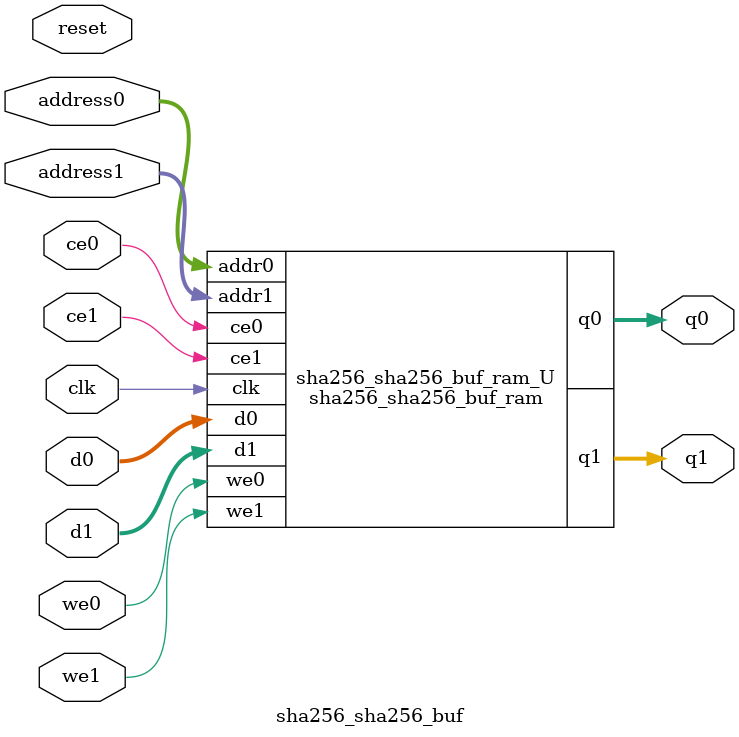
<source format=v>
`timescale 1 ns / 1 ps
module sha256_sha256_buf_ram (addr0, ce0, d0, we0, q0, addr1, ce1, d1, we1, q1,  clk);

parameter DWIDTH = 8;
parameter AWIDTH = 6;
parameter MEM_SIZE = 64;

input[AWIDTH-1:0] addr0;
input ce0;
input[DWIDTH-1:0] d0;
input we0;
output reg[DWIDTH-1:0] q0;
input[AWIDTH-1:0] addr1;
input ce1;
input[DWIDTH-1:0] d1;
input we1;
output reg[DWIDTH-1:0] q1;
input clk;

(* ram_style = "block" *)reg [DWIDTH-1:0] ram[0:MEM_SIZE-1];




always @(posedge clk)  
begin 
    if (ce0) 
    begin
        if (we0) 
        begin 
            ram[addr0] <= d0; 
        end 
        q0 <= ram[addr0];
    end
end


always @(posedge clk)  
begin 
    if (ce1) 
    begin
        if (we1) 
        begin 
            ram[addr1] <= d1; 
        end 
        q1 <= ram[addr1];
    end
end


endmodule

`timescale 1 ns / 1 ps
module sha256_sha256_buf(
    reset,
    clk,
    address0,
    ce0,
    we0,
    d0,
    q0,
    address1,
    ce1,
    we1,
    d1,
    q1);

parameter DataWidth = 32'd8;
parameter AddressRange = 32'd64;
parameter AddressWidth = 32'd6;
input reset;
input clk;
input[AddressWidth - 1:0] address0;
input ce0;
input we0;
input[DataWidth - 1:0] d0;
output[DataWidth - 1:0] q0;
input[AddressWidth - 1:0] address1;
input ce1;
input we1;
input[DataWidth - 1:0] d1;
output[DataWidth - 1:0] q1;



sha256_sha256_buf_ram sha256_sha256_buf_ram_U(
    .clk( clk ),
    .addr0( address0 ),
    .ce0( ce0 ),
    .we0( we0 ),
    .d0( d0 ),
    .q0( q0 ),
    .addr1( address1 ),
    .ce1( ce1 ),
    .we1( we1 ),
    .d1( d1 ),
    .q1( q1 ));

endmodule


</source>
